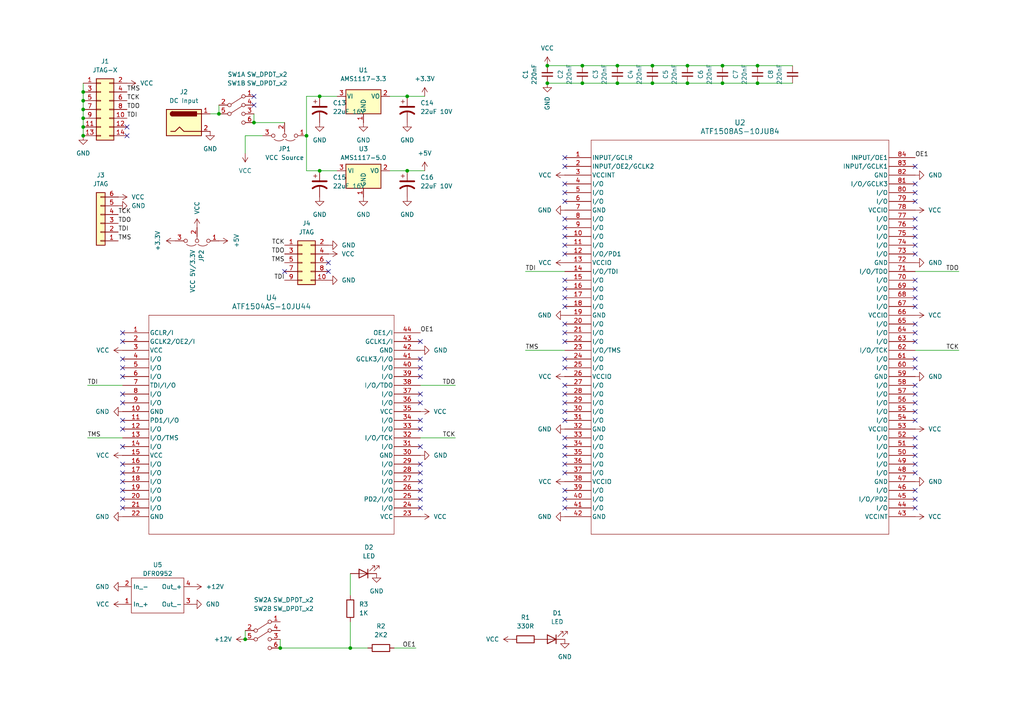
<source format=kicad_sch>
(kicad_sch (version 20231120) (generator "eeschema") (generator_version "8.0")
  (paper "A4")
  (title_block (title "Atmel-ATF15XX-Programming-Adapter") (date "2025-02-19") (rev "v1.0") (company "Chris Tersteeg"))
  (lib_symbols
    (symbol "2025-02-09_06-48-06:ATF1508AS-10JU84" (pin_names (offset 0.254))
      (property "Reference" "U" (at 50.8 10.16 0))
      (property "Value" "ATF1508AS-10JU84" (at 50.8 7.62 0))
      (symbol "ATF1508AS-10JU84_0_1"
        (polyline (pts (xy 7.62 -109.22) (xy 93.98 -109.22)) (stroke (width 0.127)))
        (polyline (pts (xy 7.62 5.08) (xy 7.62 -109.22)) (stroke (width 0.127)))
        (polyline (pts (xy 93.98 -109.22) (xy 93.98 5.08)) (stroke (width 0.127)))
        (polyline (pts (xy 93.98 5.08) (xy 7.62 5.08)) (stroke (width 0.127)))
        (pin bidirectional line (at 0 0 0) (length 7.62) (name "INPUT/GCLR") (number "1"))
        (pin bidirectional line (at 0 -22.86 0) (length 7.62) (name "I/O") (number "10"))
        (pin bidirectional line (at 0 -25.4 0) (length 7.62) (name "I/O") (number "11"))
        (pin bidirectional line (at 0 -27.94 0) (length 7.62) (name "I/O/PD1") (number "12"))
        (pin power_in line (at 0 -30.48 0) (length 7.62) (name "VCCIO") (number "13"))
        (pin bidirectional line (at 0 -33.02 0) (length 7.62) (name "I/O/TDI") (number "14"))
        (pin bidirectional line (at 0 -35.56 0) (length 7.62) (name "I/O") (number "15"))
        (pin bidirectional line (at 0 -38.1 0) (length 7.62) (name "I/O") (number "16"))
        (pin bidirectional line (at 0 -40.64 0) (length 7.62) (name "I/O") (number "17"))
        (pin bidirectional line (at 0 -43.18 0) (length 7.62) (name "I/O") (number "18"))
        (pin power_in line (at 0 -45.72 0) (length 7.62) (name "GND") (number "19"))
        (pin bidirectional line (at 0 -2.54 0) (length 7.62) (name "INPUT/OE2/GCLK2") (number "2"))
        (pin bidirectional line (at 0 -48.26 0) (length 7.62) (name "I/O") (number "20"))
        (pin bidirectional line (at 0 -50.8 0) (length 7.62) (name "I/O") (number "21"))
        (pin bidirectional line (at 0 -53.34 0) (length 7.62) (name "I/O") (number "22"))
        (pin bidirectional line (at 0 -55.88 0) (length 7.62) (name "I/O/TMS") (number "23"))
        (pin bidirectional line (at 0 -58.42 0) (length 7.62) (name "I/O") (number "24"))
        (pin bidirectional line (at 0 -60.96 0) (length 7.62) (name "I/O") (number "25"))
        (pin power_in line (at 0 -63.5 0) (length 7.62) (name "VCCIO") (number "26"))
        (pin bidirectional line (at 0 -66.04 0) (length 7.62) (name "I/O") (number "27"))
        (pin bidirectional line (at 0 -68.58 0) (length 7.62) (name "I/O") (number "28"))
        (pin bidirectional line (at 0 -71.12 0) (length 7.62) (name "I/O") (number "29"))
        (pin power_in line (at 0 -5.08 0) (length 7.62) (name "VCCINT") (number "3"))
        (pin bidirectional line (at 0 -73.66 0) (length 7.62) (name "I/O") (number "30"))
        (pin bidirectional line (at 0 -76.2 0) (length 7.62) (name "I/O") (number "31"))
        (pin power_in line (at 0 -78.74 0) (length 7.62) (name "GND") (number "32"))
        (pin bidirectional line (at 0 -81.28 0) (length 7.62) (name "I/O") (number "33"))
        (pin bidirectional line (at 0 -83.82 0) (length 7.62) (name "I/O") (number "34"))
        (pin bidirectional line (at 0 -86.36 0) (length 7.62) (name "I/O") (number "35"))
        (pin bidirectional line (at 0 -88.9 0) (length 7.62) (name "I/O") (number "36"))
        (pin bidirectional line (at 0 -91.44 0) (length 7.62) (name "I/O") (number "37"))
        (pin power_in line (at 0 -93.98 0) (length 7.62) (name "VCCIO") (number "38"))
        (pin bidirectional line (at 0 -96.52 0) (length 7.62) (name "I/O") (number "39"))
        (pin bidirectional line (at 0 -7.62 0) (length 7.62) (name "I/O") (number "4"))
        (pin bidirectional line (at 0 -99.06 0) (length 7.62) (name "I/O") (number "40"))
        (pin bidirectional line (at 0 -101.6 0) (length 7.62) (name "I/O") (number "41"))
        (pin power_in line (at 0 -104.14 0) (length 7.62) (name "GND") (number "42"))
        (pin power_in line (at 101.6 -104.14 180) (length 7.62) (name "VCCINT") (number "43"))
        (pin bidirectional line (at 101.6 -101.6 180) (length 7.62) (name "I/O") (number "44"))
        (pin bidirectional line (at 101.6 -99.06 180) (length 7.62) (name "I/O/PD2") (number "45"))
        (pin bidirectional line (at 101.6 -96.52 180) (length 7.62) (name "I/O") (number "46"))
        (pin power_in line (at 101.6 -93.98 180) (length 7.62) (name "GND") (number "47"))
        (pin bidirectional line (at 101.6 -91.44 180) (length 7.62) (name "I/O") (number "48"))
        (pin bidirectional line (at 101.6 -88.9 180) (length 7.62) (name "I/O") (number "49"))
        (pin bidirectional line (at 0 -10.16 0) (length 7.62) (name "I/O") (number "5"))
        (pin bidirectional line (at 101.6 -86.36 180) (length 7.62) (name "I/O") (number "50"))
        (pin bidirectional line (at 101.6 -83.82 180) (length 7.62) (name "I/O") (number "51"))
        (pin bidirectional line (at 101.6 -81.28 180) (length 7.62) (name "I/O") (number "52"))
        (pin power_in line (at 101.6 -78.74 180) (length 7.62) (name "VCCIO") (number "53"))
        (pin bidirectional line (at 101.6 -76.2 180) (length 7.62) (name "I/O") (number "54"))
        (pin bidirectional line (at 101.6 -73.66 180) (length 7.62) (name "I/O") (number "55"))
        (pin bidirectional line (at 101.6 -71.12 180) (length 7.62) (name "I/O") (number "56"))
        (pin bidirectional line (at 101.6 -68.58 180) (length 7.62) (name "I/O") (number "57"))
        (pin bidirectional line (at 101.6 -66.04 180) (length 7.62) (name "I/O") (number "58"))
        (pin power_in line (at 101.6 -63.5 180) (length 7.62) (name "GND") (number "59"))
        (pin bidirectional line (at 0 -12.7 0) (length 7.62) (name "I/O") (number "6"))
        (pin bidirectional line (at 101.6 -60.96 180) (length 7.62) (name "I/O") (number "60"))
        (pin bidirectional line (at 101.6 -58.42 180) (length 7.62) (name "I/O") (number "61"))
        (pin bidirectional line (at 101.6 -55.88 180) (length 7.62) (name "I/O/TCK") (number "62"))
        (pin bidirectional line (at 101.6 -53.34 180) (length 7.62) (name "I/O") (number "63"))
        (pin bidirectional line (at 101.6 -50.8 180) (length 7.62) (name "I/O") (number "64"))
        (pin bidirectional line (at 101.6 -48.26 180) (length 7.62) (name "I/O") (number "65"))
        (pin power_in line (at 101.6 -45.72 180) (length 7.62) (name "VCCIO") (number "66"))
        (pin bidirectional line (at 101.6 -43.18 180) (length 7.62) (name "I/O") (number "67"))
        (pin bidirectional line (at 101.6 -40.64 180) (length 7.62) (name "I/O") (number "68"))
        (pin bidirectional line (at 101.6 -38.1 180) (length 7.62) (name "I/O") (number "69"))
        (pin power_in line (at 0 -15.24 0) (length 7.62) (name "GND") (number "7"))
        (pin bidirectional line (at 101.6 -35.56 180) (length 7.62) (name "I/O") (number "70"))
        (pin bidirectional line (at 101.6 -33.02 180) (length 7.62) (name "I/O/TDO") (number "71"))
        (pin power_in line (at 101.6 -30.48 180) (length 7.62) (name "GND") (number "72"))
        (pin bidirectional line (at 101.6 -27.94 180) (length 7.62) (name "I/O") (number "73"))
        (pin bidirectional line (at 101.6 -25.4 180) (length 7.62) (name "I/O") (number "74"))
        (pin bidirectional line (at 101.6 -22.86 180) (length 7.62) (name "I/O") (number "75"))
        (pin bidirectional line (at 101.6 -20.32 180) (length 7.62) (name "I/O") (number "76"))
        (pin bidirectional line (at 101.6 -17.78 180) (length 7.62) (name "I/O") (number "77"))
        (pin power_in line (at 101.6 -15.24 180) (length 7.62) (name "VCCIO") (number "78"))
        (pin bidirectional line (at 101.6 -12.7 180) (length 7.62) (name "I/O") (number "79"))
        (pin bidirectional line (at 0 -17.78 0) (length 7.62) (name "I/O") (number "8"))
        (pin bidirectional line (at 101.6 -10.16 180) (length 7.62) (name "I/O") (number "80"))
        (pin bidirectional line (at 101.6 -7.62 180) (length 7.62) (name "I/O/GCLK3") (number "81"))
        (pin power_in line (at 101.6 -5.08 180) (length 7.62) (name "GND") (number "82"))
        (pin bidirectional line (at 101.6 -2.54 180) (length 7.62) (name "INPUT/GCLK1") (number "83"))
        (pin bidirectional line (at 101.6 0 180) (length 7.62) (name "INPUT/OE1") (number "84"))
        (pin bidirectional line (at 0 -20.32 0) (length 7.62) (name "I/O") (number "9"))
      )
    )
    (symbol "2025-02-09_06-48-55:ATF1504AS-10JU44" (pin_names (offset 0.254))
      (property "Reference" "U" (at 43.18 10.16 0))
      (property "Value" "ATF1504AS-10JU44" (at 43.18 7.62 0))
      (symbol "ATF1504AS-10JU44_0_1"
        (polyline (pts (xy 7.62 -58.42) (xy 78.74 -58.42)) (stroke (width 0.127)))
        (polyline (pts (xy 7.62 5.08) (xy 7.62 -58.42)) (stroke (width 0.127)))
        (polyline (pts (xy 78.74 -58.42) (xy 78.74 5.08)) (stroke (width 0.127)))
        (polyline (pts (xy 78.74 5.08) (xy 7.62 5.08)) (stroke (width 0.127)))
        (pin bidirectional line (at 0 0 0) (length 7.62) (name "GCLR/I") (number "1"))
        (pin power_in line (at 0 -22.86 0) (length 7.62) (name "GND") (number "10"))
        (pin bidirectional line (at 0 -25.4 0) (length 7.62) (name "PD1/I/O") (number "11"))
        (pin bidirectional line (at 0 -27.94 0) (length 7.62) (name "I/O") (number "12"))
        (pin bidirectional line (at 0 -30.48 0) (length 7.62) (name "I/O/TMS") (number "13"))
        (pin bidirectional line (at 0 -33.02 0) (length 7.62) (name "I/O") (number "14"))
        (pin power_in line (at 0 -35.56 0) (length 7.62) (name "VCC") (number "15"))
        (pin bidirectional line (at 0 -38.1 0) (length 7.62) (name "I/O") (number "16"))
        (pin bidirectional line (at 0 -40.64 0) (length 7.62) (name "I/O") (number "17"))
        (pin bidirectional line (at 0 -43.18 0) (length 7.62) (name "I/O") (number "18"))
        (pin bidirectional line (at 0 -45.72 0) (length 7.62) (name "I/O") (number "19"))
        (pin bidirectional line (at 0 -2.54 0) (length 7.62) (name "GCLK2/OE2/I") (number "2"))
        (pin bidirectional line (at 0 -48.26 0) (length 7.62) (name "I/O") (number "20"))
        (pin bidirectional line (at 0 -50.8 0) (length 7.62) (name "I/O") (number "21"))
        (pin power_in line (at 0 -53.34 0) (length 7.62) (name "GND") (number "22"))
        (pin power_in line (at 86.36 -53.34 180) (length 7.62) (name "VCC") (number "23"))
        (pin bidirectional line (at 86.36 -50.8 180) (length 7.62) (name "I/O") (number "24"))
        (pin bidirectional line (at 86.36 -48.26 180) (length 7.62) (name "PD2/I/O") (number "25"))
        (pin bidirectional line (at 86.36 -45.72 180) (length 7.62) (name "I/O") (number "26"))
        (pin bidirectional line (at 86.36 -43.18 180) (length 7.62) (name "I/O") (number "27"))
        (pin bidirectional line (at 86.36 -40.64 180) (length 7.62) (name "I/O") (number "28"))
        (pin bidirectional line (at 86.36 -38.1 180) (length 7.62) (name "I/O") (number "29"))
        (pin power_in line (at 0 -5.08 0) (length 7.62) (name "VCC") (number "3"))
        (pin power_in line (at 86.36 -35.56 180) (length 7.62) (name "GND") (number "30"))
        (pin bidirectional line (at 86.36 -33.02 180) (length 7.62) (name "I/O") (number "31"))
        (pin bidirectional line (at 86.36 -30.48 180) (length 7.62) (name "I/O/TCK") (number "32"))
        (pin bidirectional line (at 86.36 -27.94 180) (length 7.62) (name "I/O") (number "33"))
        (pin bidirectional line (at 86.36 -25.4 180) (length 7.62) (name "I/O") (number "34"))
        (pin power_in line (at 86.36 -22.86 180) (length 7.62) (name "VCC") (number "35"))
        (pin bidirectional line (at 86.36 -20.32 180) (length 7.62) (name "I/O") (number "36"))
        (pin bidirectional line (at 86.36 -17.78 180) (length 7.62) (name "I/O") (number "37"))
        (pin bidirectional line (at 86.36 -15.24 180) (length 7.62) (name "I/O/TDO") (number "38"))
        (pin bidirectional line (at 86.36 -12.7 180) (length 7.62) (name "I/O") (number "39"))
        (pin bidirectional line (at 0 -7.62 0) (length 7.62) (name "I/O") (number "4"))
        (pin bidirectional line (at 86.36 -10.16 180) (length 7.62) (name "I/O") (number "40"))
        (pin bidirectional line (at 86.36 -7.62 180) (length 7.62) (name "GCLK3/I/O") (number "41"))
        (pin power_in line (at 86.36 -5.08 180) (length 7.62) (name "GND") (number "42"))
        (pin bidirectional line (at 86.36 -2.54 180) (length 7.62) (name "GCLK1/I") (number "43"))
        (pin bidirectional line (at 86.36 0 180) (length 7.62) (name "OE1/I") (number "44"))
        (pin bidirectional line (at 0 -10.16 0) (length 7.62) (name "I/O") (number "5"))
        (pin bidirectional line (at 0 -12.7 0) (length 7.62) (name "I/O") (number "6"))
        (pin bidirectional line (at 0 -15.24 0) (length 7.62) (name "TDI/I/O") (number "7"))
        (pin bidirectional line (at 0 -17.78 0) (length 7.62) (name "I/O") (number "8"))
        (pin bidirectional line (at 0 -20.32 0) (length 7.62) (name "I/O") (number "9"))
      )
    )
    (symbol "Connector:Barrel_Jack" (pin_names (offset 1.016))
      (property "Reference" "J" (at 0 5.334 0))
      (property "Value" "Barrel_Jack" (at 0 -5.08 0))
      (symbol "Barrel_Jack_0_1"
        (rectangle (start -5.08 3.81) (end 5.08 -3.81) (stroke (width 0.254)) (fill (type background)))
        (arc (start -3.302 3.175) (mid -3.9342 2.54) (end -3.302 1.905) (stroke (width 0.254)))
        (arc (start -3.302 3.175) (mid -3.9342 2.54) (end -3.302 1.905) (stroke (width 0.254)) (fill (type outline)))
        (polyline (pts (xy 5.08 2.54) (xy 3.81 2.54)) (stroke (width 0.254)))
        (polyline (pts (xy -3.81 -2.54) (xy -2.54 -2.54) (xy -1.27 -1.27) (xy 0 -2.54) (xy 2.54 -2.54) (xy 5.08 -2.54)) (stroke (width 0.254)))
        (rectangle (start 3.683 3.175) (end -3.302 1.905) (stroke (width 0.254)) (fill (type outline)))
      )
      (symbol "Barrel_Jack_1_1"
        (pin passive line (at 7.62 2.54 180) (length 2.54) (name "~") (number "1"))
        (pin passive line (at 7.62 -2.54 180) (length 2.54) (name "~") (number "2"))
      )
    )
    (symbol "Connector_Generic:Conn_01x06" (pin_names (offset 1.016) hide)
      (property "Reference" "J" (at 0 7.62 0))
      (property "Value" "Conn_01x06" (at 0 -10.16 0))
      (symbol "Conn_01x06_1_1"
        (rectangle (start -1.27 -7.493) (end 0 -7.747) (stroke (width 0.1524)))
        (rectangle (start -1.27 -4.953) (end 0 -5.207) (stroke (width 0.1524)))
        (rectangle (start -1.27 -2.413) (end 0 -2.667) (stroke (width 0.1524)))
        (rectangle (start -1.27 0.127) (end 0 -0.127) (stroke (width 0.1524)))
        (rectangle (start -1.27 2.667) (end 0 2.413) (stroke (width 0.1524)))
        (rectangle (start -1.27 5.207) (end 0 4.953) (stroke (width 0.1524)))
        (rectangle (start -1.27 6.35) (end 1.27 -8.89) (stroke (width 0.254)) (fill (type background)))
        (pin passive line (at -5.08 5.08 0) (length 3.81) (name "Pin_1") (number "1"))
        (pin passive line (at -5.08 2.54 0) (length 3.81) (name "Pin_2") (number "2"))
        (pin passive line (at -5.08 0 0) (length 3.81) (name "Pin_3") (number "3"))
        (pin passive line (at -5.08 -2.54 0) (length 3.81) (name "Pin_4") (number "4"))
        (pin passive line (at -5.08 -5.08 0) (length 3.81) (name "Pin_5") (number "5"))
        (pin passive line (at -5.08 -7.62 0) (length 3.81) (name "Pin_6") (number "6"))
      )
    )
    (symbol "Connector_Generic:Conn_02x05_Odd_Even" (pin_names (offset 1.016) hide)
      (property "Reference" "J" (at 1.27 7.62 0))
      (property "Value" "Conn_02x05_Odd_Even" (at 1.27 -7.62 0))
      (symbol "Conn_02x05_Odd_Even_1_1"
        (rectangle (start -1.27 -4.953) (end 0 -5.207) (stroke (width 0.1524)))
        (rectangle (start -1.27 -2.413) (end 0 -2.667) (stroke (width 0.1524)))
        (rectangle (start -1.27 0.127) (end 0 -0.127) (stroke (width 0.1524)))
        (rectangle (start -1.27 2.667) (end 0 2.413) (stroke (width 0.1524)))
        (rectangle (start -1.27 5.207) (end 0 4.953) (stroke (width 0.1524)))
        (rectangle (start -1.27 6.35) (end 3.81 -6.35) (stroke (width 0.254)) (fill (type background)))
        (rectangle (start 3.81 -4.953) (end 2.54 -5.207) (stroke (width 0.1524)))
        (rectangle (start 3.81 -2.413) (end 2.54 -2.667) (stroke (width 0.1524)))
        (rectangle (start 3.81 0.127) (end 2.54 -0.127) (stroke (width 0.1524)))
        (rectangle (start 3.81 2.667) (end 2.54 2.413) (stroke (width 0.1524)))
        (rectangle (start 3.81 5.207) (end 2.54 4.953) (stroke (width 0.1524)))
        (pin passive line (at -5.08 5.08 0) (length 3.81) (name "Pin_1") (number "1"))
        (pin passive line (at 7.62 -5.08 180) (length 3.81) (name "Pin_10") (number "10"))
        (pin passive line (at 7.62 5.08 180) (length 3.81) (name "Pin_2") (number "2"))
        (pin passive line (at -5.08 2.54 0) (length 3.81) (name "Pin_3") (number "3"))
        (pin passive line (at 7.62 2.54 180) (length 3.81) (name "Pin_4") (number "4"))
        (pin passive line (at -5.08 0 0) (length 3.81) (name "Pin_5") (number "5"))
        (pin passive line (at 7.62 0 180) (length 3.81) (name "Pin_6") (number "6"))
        (pin passive line (at -5.08 -2.54 0) (length 3.81) (name "Pin_7") (number "7"))
        (pin passive line (at 7.62 -2.54 180) (length 3.81) (name "Pin_8") (number "8"))
        (pin passive line (at -5.08 -5.08 0) (length 3.81) (name "Pin_9") (number "9"))
      )
    )
    (symbol "Connector_Generic:Conn_02x07_Odd_Even" (pin_names (offset 1.016) hide)
      (property "Reference" "J" (at 1.27 10.16 0))
      (property "Value" "Conn_02x07_Odd_Even" (at 1.27 -10.16 0))
      (symbol "Conn_02x07_Odd_Even_1_1"
        (rectangle (start -1.27 -7.493) (end 0 -7.747) (stroke (width 0.1524)))
        (rectangle (start -1.27 -4.953) (end 0 -5.207) (stroke (width 0.1524)))
        (rectangle (start -1.27 -2.413) (end 0 -2.667) (stroke (width 0.1524)))
        (rectangle (start -1.27 0.127) (end 0 -0.127) (stroke (width 0.1524)))
        (rectangle (start -1.27 2.667) (end 0 2.413) (stroke (width 0.1524)))
        (rectangle (start -1.27 5.207) (end 0 4.953) (stroke (width 0.1524)))
        (rectangle (start -1.27 7.747) (end 0 7.493) (stroke (width 0.1524)))
        (rectangle (start -1.27 8.89) (end 3.81 -8.89) (stroke (width 0.254)) (fill (type background)))
        (rectangle (start 3.81 -7.493) (end 2.54 -7.747) (stroke (width 0.1524)))
        (rectangle (start 3.81 -4.953) (end 2.54 -5.207) (stroke (width 0.1524)))
        (rectangle (start 3.81 -2.413) (end 2.54 -2.667) (stroke (width 0.1524)))
        (rectangle (start 3.81 0.127) (end 2.54 -0.127) (stroke (width 0.1524)))
        (rectangle (start 3.81 2.667) (end 2.54 2.413) (stroke (width 0.1524)))
        (rectangle (start 3.81 5.207) (end 2.54 4.953) (stroke (width 0.1524)))
        (rectangle (start 3.81 7.747) (end 2.54 7.493) (stroke (width 0.1524)))
        (pin passive line (at -5.08 7.62 0) (length 3.81) (name "Pin_1") (number "1"))
        (pin passive line (at 7.62 -2.54 180) (length 3.81) (name "Pin_10") (number "10"))
        (pin passive line (at -5.08 -5.08 0) (length 3.81) (name "Pin_11") (number "11"))
        (pin passive line (at 7.62 -5.08 180) (length 3.81) (name "Pin_12") (number "12"))
        (pin passive line (at -5.08 -7.62 0) (length 3.81) (name "Pin_13") (number "13"))
        (pin passive line (at 7.62 -7.62 180) (length 3.81) (name "Pin_14") (number "14"))
        (pin passive line (at 7.62 7.62 180) (length 3.81) (name "Pin_2") (number "2"))
        (pin passive line (at -5.08 5.08 0) (length 3.81) (name "Pin_3") (number "3"))
        (pin passive line (at 7.62 5.08 180) (length 3.81) (name "Pin_4") (number "4"))
        (pin passive line (at -5.08 2.54 0) (length 3.81) (name "Pin_5") (number "5"))
        (pin passive line (at 7.62 2.54 180) (length 3.81) (name "Pin_6") (number "6"))
        (pin passive line (at -5.08 0 0) (length 3.81) (name "Pin_7") (number "7"))
        (pin passive line (at 7.62 0 180) (length 3.81) (name "Pin_8") (number "8"))
        (pin passive line (at -5.08 -2.54 0) (length 3.81) (name "Pin_9") (number "9"))
      )
    )
    (symbol "Device:C_Polarized_US" (pin_numbers hide) (pin_names (offset 0.254) hide)
      (property "Reference" "C" (at 0.635 2.54 0))
      (property "Value" "C_Polarized_US" (at 0.635 -2.54 0))
      (symbol "C_Polarized_US_0_1"
        (polyline (pts (xy -2.032 0.762) (xy 2.032 0.762)) (stroke (width 0.508)))
        (polyline (pts (xy -1.778 2.286) (xy -0.762 2.286)))
        (polyline (pts (xy -1.27 1.778) (xy -1.27 2.794)))
        (arc (start 2.032 -1.27) (mid 0 -0.5572) (end -2.032 -1.27) (stroke (width 0.508)))
      )
      (symbol "C_Polarized_US_1_1"
        (pin passive line (at 0 3.81 270) (length 2.794) (name "~") (number "1"))
        (pin passive line (at 0 -3.81 90) (length 3.302) (name "~") (number "2"))
      )
    )
    (symbol "Device:C_Small" (pin_numbers hide) (pin_names (offset 0.254) hide)
      (property "Reference" "C" (at 0.254 1.778 0))
      (property "Value" "C_Small" (at 0.254 -2.032 0))
      (symbol "C_Small_0_1"
        (polyline (pts (xy -1.524 -0.508) (xy 1.524 -0.508)) (stroke (width 0.3302)))
        (polyline (pts (xy -1.524 0.508) (xy 1.524 0.508)) (stroke (width 0.3048)))
      )
      (symbol "C_Small_1_1"
        (pin passive line (at 0 2.54 270) (length 2.032) (name "~") (number "1"))
        (pin passive line (at 0 -2.54 90) (length 2.032) (name "~") (number "2"))
      )
    )
    (symbol "Device:LED" (pin_numbers hide) (pin_names (offset 1.016) hide)
      (property "Reference" "D" (at 0 2.54 0))
      (property "Value" "LED" (at 0 -2.54 0))
      (symbol "LED_0_1"
        (polyline (pts (xy -1.27 -1.27) (xy -1.27 1.27)) (stroke (width 0.254)))
        (polyline (pts (xy -1.27 0) (xy 1.27 0)))
        (polyline (pts (xy 1.27 -1.27) (xy 1.27 1.27) (xy -1.27 0) (xy 1.27 -1.27)) (stroke (width 0.254)))
        (polyline (pts (xy -3.048 -0.762) (xy -4.572 -2.286) (xy -3.81 -2.286) (xy -4.572 -2.286) (xy -4.572 -1.524)))
        (polyline (pts (xy -1.778 -0.762) (xy -3.302 -2.286) (xy -2.54 -2.286) (xy -3.302 -2.286) (xy -3.302 -1.524)))
      )
      (symbol "LED_1_1"
        (pin passive line (at -3.81 0 0) (length 2.54) (name "K") (number "1"))
        (pin passive line (at 3.81 0 180) (length 2.54) (name "A") (number "2"))
      )
    )
    (symbol "Device:R" (pin_numbers hide) (pin_names (offset 0))
      (property "Reference" "R" (at 2.032 0 90))
      (property "Value" "R" (at 0 0 90))
      (symbol "R_0_1"
        (rectangle (start -1.016 -2.54) (end 1.016 2.54) (stroke (width 0.254)))
      )
      (symbol "R_1_1"
        (pin passive line (at 0 3.81 270) (length 1.27) (name "~") (number "1"))
        (pin passive line (at 0 -3.81 90) (length 1.27) (name "~") (number "2"))
      )
    )
    (symbol "Jumper:Jumper_3_Open" (pin_names (offset 0) hide)
      (property "Reference" "JP" (at -2.54 -2.54 0))
      (property "Value" "Jumper_3_Open" (at 0 2.794 0))
      (symbol "Jumper_3_Open_0_0"
        (circle (center -3.302 0) (radius 0.508))
        (circle (center 0 0) (radius 0.508))
        (circle (center 3.302 0) (radius 0.508))
      )
      (symbol "Jumper_3_Open_0_1"
        (arc (start -0.254 1.016) (mid -1.651 1.4992) (end -3.048 1.016))
        (polyline (pts (xy 0 -0.508) (xy 0 -1.27)))
        (arc (start 3.048 1.016) (mid 1.651 1.4992) (end 0.254 1.016))
      )
      (symbol "Jumper_3_Open_1_1"
        (pin passive line (at -6.35 0 0) (length 2.54) (name "A") (number "1"))
        (pin passive line (at 0 -3.81 90) (length 2.54) (name "C") (number "2"))
        (pin passive line (at 6.35 0 180) (length 2.54) (name "B") (number "3"))
      )
    )
    (symbol "Regulator_Linear:AMS1117-3.3" (pin_names (offset 0.254))
      (property "Reference" "U" (at -3.81 3.175 0))
      (property "Value" "AMS1117-3.3" (at 0 3.175 0))
      (symbol "AMS1117-3.3_0_1"
        (rectangle (start -5.08 -5.08) (end 5.08 1.905) (stroke (width 0.254)) (fill (type background)))
      )
      (symbol "AMS1117-3.3_1_1"
        (pin power_in line (at 0 -7.62 90) (length 2.54) (name "GND") (number "1"))
        (pin power_out line (at 7.62 0 180) (length 2.54) (name "VO") (number "2"))
        (pin power_in line (at -7.62 0 0) (length 2.54) (name "VI") (number "3"))
      )
    )
    (symbol "Regulator_Linear:AMS1117-5.0"
      (property "Reference" "U" (at -3.81 3.175 0))
      (property "Value" "AMS1117-5.0" (at 0 3.175 0))
      (symbol "AMS1117-5.0_0_1"
        (rectangle (start -5.08 -5.08) (end 5.08 1.905) (stroke (width 0.254)) (fill (type background)))
      )
      (symbol "AMS1117-5.0_1_1"
        (pin power_in line (at 0 -7.62 90) (length 2.54) (name "GND") (number "1"))
        (pin power_out line (at 7.62 0 180) (length 2.54) (name "VO") (number "2"))
        (pin power_in line (at -7.62 0 0) (length 2.54) (name "VI") (number "3"))
      )
    )
    (symbol "Switch:SW_DPDT_x2" (pin_names (offset 0) hide)
      (property "Reference" "SW" (at 0 4.318 0))
      (property "Value" "SW_DPDT_x2" (at 0 -5.08 0))
      (symbol "SW_DPDT_x2_0_0"
        (circle (center -2.032 0) (radius 0.508))
        (circle (center 2.032 -2.54) (radius 0.508))
      )
      (symbol "SW_DPDT_x2_0_1"
        (polyline (pts (xy -1.524 0.254) (xy 1.651 2.286)))
        (circle (center 2.032 2.54) (radius 0.508))
      )
      (symbol "SW_DPDT_x2_1_1"
        (pin passive line (at 5.08 2.54 180) (length 2.54) (name "A") (number "1"))
        (pin passive line (at -5.08 0 0) (length 2.54) (name "B") (number "2"))
        (pin passive line (at 5.08 -2.54 180) (length 2.54) (name "C") (number "3"))
      )
      (symbol "SW_DPDT_x2_2_1"
        (pin passive line (at 5.08 2.54 180) (length 2.54) (name "A") (number "4"))
        (pin passive line (at -5.08 0 0) (length 2.54) (name "B") (number "5"))
        (pin passive line (at 5.08 -2.54 180) (length 2.54) (name "C") (number "6"))
      )
    )
    (symbol "Tersteeg:DFR0952_Mini_DC-DC_Boost_Convertor"
      (property "Reference" "U" (at 0 0 0))
      (property "Value" "DFR0952" (at 0 0 0))
      (symbol "DFR0952_Mini_DC-DC_Boost_Convertor_0_1"
        (rectangle (start -7.62 5.08) (end 7.62 -5.08))
      )
      (symbol "DFR0952_Mini_DC-DC_Boost_Convertor_1_1"
        (pin power_in line (at -10.16 -2.54 0) (length 2.54) (name "In_+") (number "1"))
        (pin power_in line (at -10.16 2.54 0) (length 2.54) (name "In_-") (number "2"))
        (pin power_out line (at 10.16 -2.54 180) (length 2.54) (name "Out_-") (number "3"))
        (pin power_out line (at 10.16 2.54 180) (length 2.54) (name "Out_+") (number "4"))
      )
    )
    (symbol "power:+12V" (power) (pin_numbers hide) (pin_names (offset 0) hide)
      (property "Value" "+12V" (at 0 3.556 0))
      (symbol "+12V_0_1"
        (polyline (pts (xy -0.762 1.27) (xy 0 2.54)))
        (polyline (pts (xy 0 0) (xy 0 2.54)))
        (polyline (pts (xy 0 2.54) (xy 0.762 1.27)))
      )
      (symbol "+12V_1_1"
        (pin power_in line (at 0 0 90) (length 0) (name "~") (number "1"))
      )
    )
    (symbol "power:+3.3V" (power) (pin_names (offset 0))
      (property "Value" "+3.3V" (at 0 3.556 0))
      (symbol "+3.3V_0_1"
        (polyline (pts (xy -0.762 1.27) (xy 0 2.54)))
        (polyline (pts (xy 0 0) (xy 0 2.54)))
        (polyline (pts (xy 0 2.54) (xy 0.762 1.27)))
      )
      (symbol "+3.3V_1_1"
        (pin power_in line (at 0 0 90) (length 0) hide (name "+3.3V") (number "1"))
      )
    )
    (symbol "power:+5V" (power) (pin_numbers hide) (pin_names (offset 0) hide)
      (property "Value" "+5V" (at 0 3.556 0))
      (symbol "+5V_0_1"
        (polyline (pts (xy -0.762 1.27) (xy 0 2.54)))
        (polyline (pts (xy 0 0) (xy 0 2.54)))
        (polyline (pts (xy 0 2.54) (xy 0.762 1.27)))
      )
      (symbol "+5V_1_1"
        (pin power_in line (at 0 0 90) (length 0) (name "~") (number "1"))
      )
    )
    (symbol "power:GND" (power) (pin_names (offset 0))
      (property "Value" "GND" (at 0 -3.81 0))
      (symbol "GND_0_1"
        (polyline (pts (xy 0 0) (xy 0 -1.27) (xy 1.27 -1.27) (xy 0 -2.54) (xy -1.27 -1.27) (xy 0 -1.27)))
      )
      (symbol "GND_1_1"
        (pin power_in line (at 0 0 270) (length 0) hide (name "GND") (number "1"))
      )
    )
    (symbol "power:VCC" (power) (pin_numbers hide) (pin_names (offset 0) hide)
      (property "Value" "VCC" (at 0 3.556 0))
      (symbol "VCC_0_1"
        (polyline (pts (xy -0.762 1.27) (xy 0 2.54)))
        (polyline (pts (xy 0 0) (xy 0 2.54)))
        (polyline (pts (xy 0 2.54) (xy 0.762 1.27)))
      )
      (symbol "VCC_1_1"
        (pin power_in line (at 0 0 90) (length 0) (name "~") (number "1"))
      )
    )
  )
  (junction (at 92.71 27.94))
  (junction (at 209.55 24.13))
  (junction (at 189.23 24.13))
  (junction (at 63.5 33.02))
  (junction (at 219.71 24.13))
  (junction (at 24.13 29.21))
  (junction (at 168.91 24.13))
  (junction (at 179.07 19.05))
  (junction (at 209.55 19.05))
  (junction (at 101.6 187.96))
  (junction (at 168.91 19.05))
  (junction (at 158.75 24.13))
  (junction (at 199.39 24.13))
  (junction (at 24.13 36.83))
  (junction (at 118.11 49.53))
  (junction (at 24.13 39.37))
  (junction (at 73.66 35.56))
  (junction (at 88.9 39.37))
  (junction (at 158.75 19.05))
  (junction (at 118.11 27.94))
  (junction (at 199.39 19.05))
  (junction (at 219.71 19.05))
  (junction (at 81.28 187.96))
  (junction (at 189.23 19.05))
  (junction (at 92.71 49.53))
  (junction (at 24.13 31.75))
  (junction (at 24.13 34.29))
  (junction (at 179.07 24.13))
  (junction (at 71.12 185.42))
  (junction (at 24.13 26.67))
  (no_connect (at 265.43 116.84))
  (no_connect (at 35.56 124.46))
  (no_connect (at 73.66 30.48))
  (no_connect (at 163.83 96.52))
  (no_connect (at 265.43 66.04))
  (no_connect (at 36.83 36.83))
  (no_connect (at 265.43 83.82))
  (no_connect (at 265.43 127))
  (no_connect (at 121.92 106.68))
  (no_connect (at 35.56 129.54))
  (no_connect (at 35.56 139.7))
  (no_connect (at 95.25 78.74))
  (no_connect (at 265.43 134.62))
  (no_connect (at 163.83 119.38))
  (no_connect (at 35.56 96.52))
  (no_connect (at 121.92 114.3))
  (no_connect (at 265.43 86.36))
  (no_connect (at 35.56 137.16))
  (no_connect (at 163.83 55.88))
  (no_connect (at 95.25 76.2))
  (no_connect (at 163.83 142.24))
  (no_connect (at 121.92 104.14))
  (no_connect (at 163.83 121.92))
  (no_connect (at 163.83 73.66))
  (no_connect (at 163.83 134.62))
  (no_connect (at 163.83 68.58))
  (no_connect (at 163.83 147.32))
  (no_connect (at 121.92 137.16))
  (no_connect (at 35.56 99.06))
  (no_connect (at 36.83 39.37))
  (no_connect (at 163.83 45.72))
  (no_connect (at 163.83 129.54))
  (no_connect (at 163.83 132.08))
  (no_connect (at 35.56 142.24))
  (no_connect (at 163.83 83.82))
  (no_connect (at 265.43 99.06))
  (no_connect (at 265.43 121.92))
  (no_connect (at 35.56 144.78))
  (no_connect (at 163.83 81.28))
  (no_connect (at 121.92 144.78))
  (no_connect (at 265.43 58.42))
  (no_connect (at 163.83 104.14))
  (no_connect (at 163.83 86.36))
  (no_connect (at 35.56 114.3))
  (no_connect (at 265.43 73.66))
  (no_connect (at 265.43 104.14))
  (no_connect (at 265.43 71.12))
  (no_connect (at 265.43 147.32))
  (no_connect (at 265.43 129.54))
  (no_connect (at 35.56 109.22))
  (no_connect (at 265.43 132.08))
  (no_connect (at 265.43 81.28))
  (no_connect (at 35.56 116.84))
  (no_connect (at 265.43 55.88))
  (no_connect (at 163.83 48.26))
  (no_connect (at 265.43 88.9))
  (no_connect (at 35.56 134.62))
  (no_connect (at 163.83 106.68))
  (no_connect (at 121.92 124.46))
  (no_connect (at 163.83 111.76))
  (no_connect (at 163.83 53.34))
  (no_connect (at 82.55 78.74))
  (no_connect (at 265.43 48.26))
  (no_connect (at 163.83 114.3))
  (no_connect (at 35.56 121.92))
  (no_connect (at 265.43 63.5))
  (no_connect (at 163.83 116.84))
  (no_connect (at 265.43 106.68))
  (no_connect (at 265.43 111.76))
  (no_connect (at 265.43 53.34))
  (no_connect (at 163.83 88.9))
  (no_connect (at 35.56 104.14))
  (no_connect (at 121.92 147.32))
  (no_connect (at 265.43 96.52))
  (no_connect (at 265.43 137.16))
  (no_connect (at 265.43 144.78))
  (no_connect (at 35.56 147.32))
  (no_connect (at 163.83 137.16))
  (no_connect (at 163.83 63.5))
  (no_connect (at 265.43 93.98))
  (no_connect (at 265.43 68.58))
  (no_connect (at 265.43 119.38))
  (no_connect (at 265.43 142.24))
  (no_connect (at 121.92 139.7))
  (no_connect (at 163.83 66.04))
  (no_connect (at 121.92 134.62))
  (no_connect (at 163.83 58.42))
  (no_connect (at 121.92 129.54))
  (no_connect (at 121.92 142.24))
  (no_connect (at 163.83 93.98))
  (no_connect (at 35.56 106.68))
  (no_connect (at 121.92 109.22))
  (no_connect (at 163.83 99.06))
  (no_connect (at 163.83 71.12))
  (no_connect (at 121.92 121.92))
  (no_connect (at 121.92 99.06))
  (no_connect (at 121.92 116.84))
  (no_connect (at 163.83 127))
  (no_connect (at 163.83 144.78))
  (no_connect (at 73.66 27.94))
  (no_connect (at 265.43 114.3))
  (wire (pts (xy 179.07 19.05) (xy 189.23 19.05)))
  (wire (pts (xy 88.9 27.94) (xy 92.71 27.94)))
  (wire (pts (xy 71.12 182.88) (xy 71.12 185.42)))
  (wire (pts (xy 24.13 36.83) (xy 24.13 39.37)))
  (wire (pts (xy 88.9 39.37) (xy 88.9 27.94)))
  (wire (pts (xy 120.65 187.96) (xy 114.3 187.96)))
  (wire (pts (xy 118.11 27.94) (xy 123.19 27.94)))
  (wire (pts (xy 199.39 24.13) (xy 209.55 24.13)))
  (wire (pts (xy 189.23 24.13) (xy 199.39 24.13)))
  (wire (pts (xy 25.4 127) (xy 35.56 127)))
  (wire (pts (xy 24.13 34.29) (xy 24.13 36.83)))
  (wire (pts (xy 179.07 24.13) (xy 189.23 24.13)))
  (wire (pts (xy 158.75 19.05) (xy 168.91 19.05)))
  (wire (pts (xy 88.9 49.53) (xy 92.71 49.53)))
  (wire (pts (xy 24.13 26.67) (xy 24.13 29.21)))
  (wire (pts (xy 168.91 24.13) (xy 179.07 24.13)))
  (wire (pts (xy 73.66 33.02) (xy 73.66 35.56)))
  (wire (pts (xy 152.4 78.74) (xy 163.83 78.74)))
  (wire (pts (xy 76.2 39.37) (xy 71.12 39.37)))
  (wire (pts (xy 189.23 19.05) (xy 199.39 19.05)))
  (wire (pts (xy 199.39 19.05) (xy 209.55 19.05)))
  (wire (pts (xy 25.4 111.76) (xy 35.56 111.76)))
  (wire (pts (xy 71.12 39.37) (xy 71.12 44.45)))
  (wire (pts (xy 24.13 29.21) (xy 24.13 31.75)))
  (wire (pts (xy 209.55 19.05) (xy 219.71 19.05)))
  (wire (pts (xy 118.11 49.53) (xy 123.19 49.53)))
  (wire (pts (xy 209.55 24.13) (xy 219.71 24.13)))
  (wire (pts (xy 132.08 127) (xy 121.92 127)))
  (wire (pts (xy 63.5 30.48) (xy 63.5 33.02)))
  (wire (pts (xy 101.6 187.96) (xy 106.68 187.96)))
  (wire (pts (xy 88.9 39.37) (xy 88.9 49.53)))
  (wire (pts (xy 278.13 101.6) (xy 265.43 101.6)))
  (wire (pts (xy 81.28 187.96) (xy 101.6 187.96)))
  (wire (pts (xy 219.71 19.05) (xy 229.87 19.05)))
  (wire (pts (xy 168.91 19.05) (xy 179.07 19.05)))
  (wire (pts (xy 73.66 35.56) (xy 82.55 35.56)))
  (wire (pts (xy 81.28 187.96) (xy 81.28 185.42)))
  (wire (pts (xy 113.03 49.53) (xy 118.11 49.53)))
  (wire (pts (xy 24.13 31.75) (xy 24.13 34.29)))
  (wire (pts (xy 219.71 24.13) (xy 229.87 24.13)))
  (wire (pts (xy 60.96 33.02) (xy 63.5 33.02)))
  (wire (pts (xy 278.13 78.74) (xy 265.43 78.74)))
  (wire (pts (xy 101.6 180.34) (xy 101.6 187.96)))
  (wire (pts (xy 158.75 24.13) (xy 168.91 24.13)))
  (wire (pts (xy 24.13 24.13) (xy 24.13 26.67)))
  (wire (pts (xy 113.03 27.94) (xy 118.11 27.94)))
  (wire (pts (xy 101.6 166.37) (xy 101.6 172.72)))
  (wire (pts (xy 132.08 111.76) (xy 121.92 111.76)))
  (wire (pts (xy 152.4 101.6) (xy 163.83 101.6)))
  (wire (pts (xy 92.71 49.53) (xy 97.79 49.53)))
  (wire (pts (xy 92.71 27.94) (xy 97.79 27.94)))
  (label "TDI" (at 34.29 67.31 0))
  (label "OE1" (at 120.65 187.96 180))
  (label "TCK" (at 82.55 71.12 180))
  (label "TDO" (at 278.13 78.74 180))
  (label "TMS" (at 36.83 26.67 0))
  (label "TCK" (at 34.29 62.23 0))
  (label "TDO" (at 34.29 64.77 0))
  (label "TMS" (at 25.4 127 0))
  (label "TDO" (at 36.83 31.75 0))
  (label "TDI" (at 36.83 34.29 0))
  (label "TMS" (at 82.55 76.2 180))
  (label "TDO" (at 82.55 73.66 180))
  (label "TMS" (at 152.4 101.6 0))
  (label "TCK" (at 36.83 29.21 0))
  (label "TMS" (at 34.29 69.85 0))
  (label "TDI" (at 25.4 111.76 0))
  (label "TCK" (at 278.13 101.6 180))
  (label "OE1" (at 265.43 45.72 0))
  (label "OE1" (at 121.92 96.52 0))
  (label "TDO" (at 132.08 111.76 180))
  (label "TDI" (at 82.55 81.28 180))
  (label "TCK" (at 132.08 127 180))
  (label "TDI" (at 152.4 78.74 0))
  (symbol (lib_id "power:GND") (at 60.96 38.1 0) (unit 1)
    (property "Reference" "#PWR08" (effects (hide yes)))
    (property "Value" "GND" (at 60.96 43.18 0))
  )
  (symbol (lib_id "power:GND") (at 118.11 35.56 0) (unit 1)
    (property "Reference" "#PWR07" (effects (hide yes)))
    (property "Value" "GND" (at 118.11 40.64 0))
  )
  (symbol (lib_id "power:GND") (at 92.71 57.15 0) (unit 1)
    (property "Reference" "#PWR015" (effects (hide yes)))
    (property "Value" "GND" (at 92.71 62.23 0))
  )
  (symbol (lib_id "power:GND") (at 121.92 101.6 90) (unit 1)
    (property "Reference" "#PWR029" (effects (hide yes)))
    (property "Value" "GND" (at 125.73 101.5999 90) (effects (justify right)))
  )
  (symbol (lib_id "Switch:SW_DPDT_x2") (at 68.58 33.02 0) (unit 2)
    (property "Reference" "SW1" (at 68.58 24.13 0))
    (property "Value" "SW_DPDT_x2" (at 77.47 24.13 0))
    (property "Footprint" "Tersteeg:KFC8.5x8.5 DPDT Push Switch" (effects (hide yes)))
  )
  (symbol (lib_id "power:GND") (at 163.83 149.86 270) (unit 1)
    (property "Reference" "#PWR042" (effects (hide yes)))
    (property "Value" "GND" (at 160.02 149.8599 90) (effects (justify right)))
  )
  (symbol (lib_id "power:GND") (at 105.41 35.56 0) (unit 1)
    (property "Reference" "#PWR06" (effects (hide yes)))
    (property "Value" "GND" (at 105.41 40.64 0))
  )
  (symbol (lib_id "power:GND") (at 92.71 35.56 0) (unit 1)
    (property "Reference" "#PWR05" (effects (hide yes)))
    (property "Value" "GND" (at 92.71 40.64 0))
  )
  (symbol (lib_id "Device:C_Polarized_US") (at 118.11 53.34 0) (unit 1)
    (property "Reference" "C16" (at 121.92 51.4349 0) (effects (justify left)))
    (property "Value" "22uF 10V" (at 121.92 53.9749 0) (effects (justify left)))
    (property "Footprint" "Capacitor_Tantalum_SMD:CP_EIA-3528-12_Kemet-T_Pad1.50x2.35mm_HandSolder" (effects (hide yes)))
  )
  (symbol (lib_id "Device:C_Small") (at 168.91 21.59 180) (unit 1)
    (property "Reference" "C2" (at 162.56 21.5837 90))
    (property "Value" "220nF" (at 165.1 21.5837 90))
    (property "Footprint" "Capacitor_THT:C_Disc_D4.7mm_W2.5mm_P5.00mm" (effects (hide yes)))
    (property "Description" "Unpolarized capacitor, small symbol" (effects (hide yes)))
  )
  (symbol (lib_id "Regulator_Linear:AMS1117-3.3") (at 105.41 27.94 0) (unit 1)
    (property "Reference" "U1" (at 105.41 20.32 0))
    (property "Value" "AMS1117-3.3" (at 105.41 22.86 0))
    (property "Footprint" "Package_TO_SOT_SMD:SOT-223-3_TabPin2" (effects (hide yes)))
    (property "Datasheet" "http://www.advanced-monolithic.com/pdf/ds1117.pdf" (effects (hide yes)))
  )
  (symbol (lib_id "Device:LED") (at 105.41 166.37 180) (unit 1)
    (property "Reference" "D2" (at 106.9975 158.75 0))
    (property "Value" "LED" (at 106.9975 161.29 0))
    (property "Footprint" "LED_THT:LED_D3.0mm" (effects (hide yes)))
  )
  (symbol (lib_id "power:GND") (at 24.13 39.37 0) (unit 1)
    (property "Reference" "#PWR09" (effects (hide yes)))
    (property "Value" "GND" (at 24.13 44.45 0))
  )
  (symbol (lib_id "Device:C_Small") (at 189.23 21.59 180) (unit 1)
    (property "Reference" "C4" (at 182.88 21.5837 90))
    (property "Value" "220nF" (at 185.42 21.5837 90))
    (property "Footprint" "Capacitor_THT:C_Disc_D4.7mm_W2.5mm_P5.00mm" (effects (hide yes)))
    (property "Description" "Unpolarized capacitor, small symbol" (effects (hide yes)))
  )
  (symbol (lib_id "power:GND") (at 35.56 170.18 270) (unit 1)
    (property "Reference" "#PWR047" (effects (hide yes)))
    (property "Value" "GND" (at 31.75 170.1799 90) (effects (justify right)))
  )
  (symbol (lib_id "Switch:SW_DPDT_x2") (at 76.2 182.88 0) (unit 1)
    (property "Reference" "SW2" (at 76.2 173.99 0))
    (property "Value" "SW_DPDT_x2" (at 85.09 173.99 0))
    (property "Footprint" "Tersteeg:KFC8.5x8.5 DPDT Push Switch" (effects (hide yes)))
  )
  (symbol (lib_id "power:VCC") (at 57.15 66.04 0) (unit 1)
    (property "Reference" "#PWR021" (effects (hide yes)))
    (property "Value" "VCC" (at 57.1501 62.23 90) (effects (justify left)))
    (property "Description" "Power symbol creates a global label with name \"VCC\"" (effects (hide yes)))
  )
  (symbol (lib_id "power:VCC") (at 148.59 185.42 90) (unit 1)
    (property "Reference" "#PWR044" (effects (hide yes)))
    (property "Value" "VCC" (at 144.78 185.4199 90) (effects (justify left)))
    (property "Description" "Power symbol creates a global label with name \"VCC\"" (effects (hide yes)))
  )
  (symbol (lib_id "Connector_Generic:Conn_02x07_Odd_Even") (at 29.21 31.75 0) (unit 1)
    (property "Reference" "J1" (at 30.48 17.78 0))
    (property "Value" "JTAG-X" (at 30.48 20.32 0))
    (property "Footprint" "Tersteeg:IDC-Header_2x07_P2.00mm_Vertical" (effects (hide yes)))
  )
  (symbol (lib_id "power:GND") (at 163.83 91.44 270) (unit 1)
    (property "Reference" "#PWR026" (effects (hide yes)))
    (property "Value" "GND" (at 160.02 91.4399 90) (effects (justify right)))
  )
  (symbol (lib_id "power:GND") (at 265.43 139.7 90) (unit 1)
    (property "Reference" "#PWR039" (effects (hide yes)))
    (property "Value" "GND" (at 269.24 139.6999 90) (effects (justify right)))
  )
  (symbol (lib_id "Device:R") (at 110.49 187.96 90) (unit 1)
    (property "Reference" "R2" (at 110.49 181.61 90))
    (property "Value" "2K2" (at 110.49 184.15 90))
    (property "Footprint" "Resistor_THT:R_Axial_DIN0207_L6.3mm_D2.5mm_P7.62mm_Horizontal" (effects (hide yes)))
  )
  (symbol (lib_id "power:VCC") (at 163.83 139.7 90) (unit 1)
    (property "Reference" "#PWR038" (effects (hide yes)))
    (property "Value" "VCC" (at 160.02 139.6999 90) (effects (justify left)))
    (property "Description" "Power symbol creates a global label with name \"VCC\"" (effects (hide yes)))
  )
  (symbol (lib_id "power:VCC") (at 163.83 109.22 90) (unit 1)
    (property "Reference" "#PWR030" (effects (hide yes)))
    (property "Value" "VCC" (at 160.02 109.2199 90) (effects (justify left)))
    (property "Description" "Power symbol creates a global label with name \"VCC\"" (effects (hide yes)))
  )
  (symbol (lib_id "power:VCC") (at 35.56 132.08 90) (unit 1)
    (property "Reference" "#PWR036" (effects (hide yes)))
    (property "Value" "VCC" (at 31.75 132.0799 90) (effects (justify left)))
    (property "Description" "Power symbol creates a global label with name \"VCC\"" (effects (hide yes)))
  )
  (symbol (lib_id "Device:C_Small") (at 209.55 21.59 180) (unit 1)
    (property "Reference" "C6" (at 203.2 21.5837 90))
    (property "Value" "220nF" (at 205.74 21.5837 90))
    (property "Footprint" "Capacitor_THT:C_Disc_D4.7mm_W2.5mm_P5.00mm" (effects (hide yes)))
    (property "Description" "Unpolarized capacitor, small symbol" (effects (hide yes)))
  )
  (symbol (lib_id "Device:C_Small") (at 158.75 21.59 180) (unit 1)
    (property "Reference" "C1" (at 152.4 21.5837 90))
    (property "Value" "220nF" (at 154.94 21.5837 90))
    (property "Footprint" "Capacitor_THT:C_Disc_D4.7mm_W2.5mm_P5.00mm" (effects (hide yes)))
    (property "Description" "Unpolarized capacitor, small symbol" (effects (hide yes)))
  )
  (symbol (lib_id "power:GND") (at 55.88 175.26 90) (unit 1)
    (property "Reference" "#PWR048" (effects (hide yes)))
    (property "Value" "GND" (at 59.69 175.2599 90) (effects (justify right)))
  )
  (symbol (lib_id "power:GND") (at 95.25 81.28 90) (unit 1)
    (property "Reference" "#PWR054" (effects (hide yes)))
    (property "Value" "GND" (at 99.06 81.2799 90) (effects (justify right)))
  )
  (symbol (lib_id "power:+12V") (at 55.88 170.18 270) (unit 1)
    (property "Reference" "#PWR049" (effects (hide yes)))
    (property "Value" "+12V" (at 59.69 170.1799 90) (effects (justify left)))
    (property "Description" "Power symbol creates a global label with name \"+12V\"" (effects (hide yes)))
  )
  (symbol (lib_id "power:VCC") (at 71.12 44.45 180) (unit 1)
    (property "Reference" "#PWR010" (effects (hide yes)))
    (property "Value" "VCC" (at 71.12 49.53 0))
    (property "Description" "Power symbol creates a global label with name \"VCC\"" (effects (hide yes)))
  )
  (symbol (lib_id "Regulator_Linear:AMS1117-5.0") (at 105.41 49.53 0) (unit 1)
    (property "Reference" "U3" (at 105.41 43.18 0))
    (property "Value" "AMS1117-5.0" (at 105.41 45.72 0))
    (property "Footprint" "Package_TO_SOT_SMD:SOT-223-3_TabPin2" (effects (hide yes)))
    (property "Datasheet" "http://www.advanced-monolithic.com/pdf/ds1117.pdf" (effects (hide yes)))
    (property "Description" "1A Low Dropout regulator, positive, 5.0V fixed output, SOT-223" (effects (hide yes)))
  )
  (symbol (lib_id "power:VCC") (at 265.43 60.96 270) (unit 1)
    (property "Reference" "#PWR020" (effects (hide yes)))
    (property "Value" "VCC" (at 269.24 60.9599 90) (effects (justify left)))
    (property "Description" "Power symbol creates a global label with name \"VCC\"" (effects (hide yes)))
  )
  (symbol (lib_id "power:GND") (at 163.83 60.96 270) (unit 1)
    (property "Reference" "#PWR019" (effects (hide yes)))
    (property "Value" "GND" (at 160.02 60.9599 90) (effects (justify right)))
  )
  (symbol (lib_id "power:VCC") (at 163.83 76.2 90) (unit 1)
    (property "Reference" "#PWR024" (effects (hide yes)))
    (property "Value" "VCC" (at 160.02 76.1999 90) (effects (justify left)))
    (property "Description" "Power symbol creates a global label with name \"VCC\"" (effects (hide yes)))
  )
  (symbol (lib_id "Device:R") (at 101.6 176.53 180) (unit 1)
    (property "Reference" "R3" (at 104.14 175.2599 0) (effects (justify right)))
    (property "Value" "1K" (at 104.14 177.7999 0) (effects (justify right)))
    (property "Footprint" "Resistor_THT:R_Axial_DIN0207_L6.3mm_D2.5mm_P7.62mm_Horizontal" (effects (hide yes)))
  )
  (symbol (lib_id "Device:C_Small") (at 219.71 21.59 180) (unit 1)
    (property "Reference" "C7" (at 213.36 21.5837 90))
    (property "Value" "220nF" (at 215.9 21.5837 90))
    (property "Footprint" "Capacitor_THT:C_Disc_D4.7mm_W2.5mm_P5.00mm" (effects (hide yes)))
    (property "Description" "Unpolarized capacitor, small symbol" (effects (hide yes)))
  )
  (symbol (lib_id "Device:LED") (at 160.02 185.42 180) (unit 1)
    (property "Reference" "D1" (at 161.6075 177.8 0))
    (property "Value" "LED" (at 161.6075 180.34 0))
    (property "Footprint" "LED_THT:LED_D3.0mm" (effects (hide yes)))
  )
  (symbol (lib_id "power:GND") (at 265.43 50.8 90) (unit 1)
    (property "Reference" "#PWR013" (effects (hide yes)))
    (property "Value" "GND" (at 269.24 50.7999 90) (effects (justify right)))
  )
  (symbol (lib_id "Connector_Generic:Conn_02x05_Odd_Even") (at 87.63 76.2 0) (unit 1)
    (property "Reference" "J4" (at 88.9 64.77 0))
    (property "Value" "JTAG" (at 88.9 67.31 0))
    (property "Footprint" "Connector_IDC:IDC-Header_2x05_P2.54mm_Vertical" (effects (hide yes)))
    (property "Description" "Generic connector, double row, 02x05, odd/even pin numbering scheme (row 1 odd numbers, row 2 even numbers), script generated (kicad-library-utils/schlib/autogen/connector/)" (effects (hide yes)))
  )
  (symbol (lib_id "power:VCC") (at 158.75 19.05 0) (unit 1)
    (property "Reference" "#PWR01" (effects (hide yes)))
    (property "Value" "VCC" (at 158.75 13.97 0))
    (property "Description" "Power symbol creates a global label with name \"VCC\"" (effects (hide yes)))
  )
  (symbol (lib_id "power:VCC") (at 265.43 149.86 270) (unit 1)
    (property "Reference" "#PWR043" (effects (hide yes)))
    (property "Value" "VCC" (at 269.24 149.8599 90) (effects (justify left)))
    (property "Description" "Power symbol creates a global label with name \"VCC\"" (effects (hide yes)))
  )
  (symbol (lib_id "power:+3.3V") (at 50.8 69.85 90) (unit 1)
    (property "Reference" "#PWR022" (effects (hide yes)))
    (property "Value" "+3.3V" (at 45.72 69.85 0))
  )
  (symbol (lib_id "power:+3.3V") (at 123.19 27.94 0) (unit 1)
    (property "Reference" "#PWR04" (effects (hide yes)))
    (property "Value" "+3.3V" (at 123.19 22.86 0))
  )
  (symbol (lib_id "power:GND") (at 109.22 166.37 0) (unit 1)
    (property "Reference" "#PWR051" (effects (hide yes)))
    (property "Value" "GND" (at 109.22 171.45 0))
  )
  (symbol (lib_id "Device:C_Small") (at 179.07 21.59 180) (unit 1)
    (property "Reference" "C3" (at 172.72 21.5837 90))
    (property "Value" "220nF" (at 175.26 21.5837 90))
    (property "Footprint" "Capacitor_THT:C_Disc_D4.7mm_W2.5mm_P5.00mm" (effects (hide yes)))
    (property "Description" "Unpolarized capacitor, small symbol" (effects (hide yes)))
  )
  (symbol (lib_id "2025-02-09_06-48-55:ATF1504AS-10JU44") (at 35.56 96.52 0) (unit 1)
    (property "Reference" "U4" (at 78.74 86.36 0) (effects (font (size 1.524 1.524))))
    (property "Value" "ATF1504AS-10JU44" (at 78.74 88.9 0) (effects (font (size 1.524 1.524))))
    (property "Footprint" "Tersteeg:PLCC44-QFP44 to DIP44" (effects (hide yes)))
    (property "Datasheet" "ATF1504AS-10JU44" (effects (hide yes)))
  )
  (symbol (lib_id "power:GND") (at 121.92 132.08 90) (unit 1)
    (property "Reference" "#PWR037" (effects (hide yes)))
    (property "Value" "GND" (at 125.73 132.0799 90) (effects (justify right)))
  )
  (symbol (lib_id "power:VCC") (at 163.83 50.8 90) (unit 1)
    (property "Reference" "#PWR012" (effects (hide yes)))
    (property "Value" "VCC" (at 160.02 50.7999 90) (effects (justify left)))
    (property "Description" "Power symbol creates a global label with name \"VCC\"" (effects (hide yes)))
  )
  (symbol (lib_id "Tersteeg:DFR0952_Mini_DC-DC_Boost_Convertor") (at 45.72 172.72 0) (unit 1)
    (property "Reference" "U5" (at 45.72 163.83 0))
    (property "Value" "DFR0952" (at 45.72 166.37 0))
    (property "Footprint" "Tersteeg:DFR0952 Mini DC-DC Boost Convertor" (effects (hide yes)))
  )
  (symbol (lib_id "Jumper:Jumper_3_Open") (at 82.55 39.37 180) (unit 1)
    (property "Reference" "JP1" (at 82.55 43.18 0))
    (property "Value" "VCC Source" (at 82.55 45.72 0))
    (property "Footprint" "Connector_PinHeader_2.54mm:PinHeader_1x03_P2.54mm_Vertical" (effects (hide yes)))
  )
  (symbol (lib_id "power:GND") (at 95.25 71.12 90) (unit 1)
    (property "Reference" "#PWR052" (effects (hide yes)))
    (property "Value" "GND" (at 99.06 71.1199 90) (effects (justify right)))
  )
  (symbol (lib_id "Connector_Generic:Conn_01x06") (at 29.21 64.77 180) (unit 1)
    (property "Reference" "J3" (at 29.21 50.8 0))
    (property "Value" "JTAG" (at 29.21 53.34 0))
    (property "Footprint" "Connector_PinHeader_2.54mm:PinHeader_1x06_P2.54mm_Horizontal" (effects (hide yes)))
  )
  (symbol (lib_id "power:VCC") (at 121.92 149.86 270) (unit 1)
    (property "Reference" "#PWR041" (effects (hide yes)))
    (property "Value" "VCC" (at 125.73 149.8599 90) (effects (justify left)))
    (property "Description" "Power symbol creates a global label with name \"VCC\"" (effects (hide yes)))
  )
  (symbol (lib_id "Device:C_Small") (at 229.87 21.59 180) (unit 1)
    (property "Reference" "C8" (at 223.52 21.5837 90))
    (property "Value" "220nF" (at 226.06 21.5837 90))
    (property "Footprint" "Capacitor_THT:C_Disc_D4.7mm_W2.5mm_P5.00mm" (effects (hide yes)))
    (property "Description" "Unpolarized capacitor, small symbol" (effects (hide yes)))
  )
  (symbol (lib_id "Connector:Barrel_Jack") (at 53.34 35.56 0) (unit 1)
    (property "Reference" "J2" (at 53.34 26.67 0))
    (property "Value" "DC Input" (at 53.34 29.21 0))
    (property "Footprint" "Connector_BarrelJack:BarrelJack_Horizontal" (effects (hide yes)))
  )
  (symbol (lib_id "power:VCC") (at 265.43 124.46 270) (unit 1)
    (property "Reference" "#PWR035" (effects (hide yes)))
    (property "Value" "VCC" (at 269.24 124.4599 90) (effects (justify left)))
    (property "Description" "Power symbol creates a global label with name \"VCC\"" (effects (hide yes)))
  )
  (symbol (lib_id "Device:C_Polarized_US") (at 92.71 53.34 0) (unit 1)
    (property "Reference" "C15" (at 96.52 51.4349 0) (effects (justify left)))
    (property "Value" "22uF 16V" (at 96.52 53.9749 0) (effects (justify left)))
    (property "Footprint" "Capacitor_Tantalum_SMD:CP_EIA-3528-12_Kemet-T_Pad1.50x2.35mm_HandSolder" (effects (hide yes)))
  )
  (symbol (lib_id "2025-02-09_06-48-06:ATF1508AS-10JU84") (at 163.83 45.72 0) (unit 1)
    (property "Reference" "U2" (at 214.63 35.56 0) (effects (font (size 1.524 1.524))))
    (property "Value" "ATF1508AS-10JU84" (at 214.63 38.1 0) (effects (font (size 1.524 1.524))))
    (property "Footprint" "Tersteeg:PLCC84 to Dual DIP84" (effects (hide yes)))
    (property "Datasheet" "ATF1508AS-10JU84" (effects (hide yes)))
  )
  (symbol (lib_id "power:VCC") (at 34.29 57.15 270) (unit 1)
    (property "Reference" "#PWR014" (effects (hide yes)))
    (property "Value" "VCC" (at 38.1 57.1499 90) (effects (justify left)))
    (property "Description" "Power symbol creates a global label with name \"VCC\"" (effects (hide yes)))
  )
  (symbol (lib_id "power:VCC") (at 121.92 119.38 270) (unit 1)
    (property "Reference" "#PWR033" (effects (hide yes)))
    (property "Value" "VCC" (at 125.73 119.3799 90) (effects (justify left)))
    (property "Description" "Power symbol creates a global label with name \"VCC\"" (effects (hide yes)))
  )
  (symbol (lib_id "power:+12V") (at 71.12 185.42 90) (unit 1)
    (property "Reference" "#PWR050" (effects (hide yes)))
    (property "Value" "+12V" (at 67.31 185.4199 90) (effects (justify left)))
    (property "Description" "Power symbol creates a global label with name \"+12V\"" (effects (hide yes)))
  )
  (symbol (lib_id "power:+5V") (at 123.19 49.53 0) (unit 1)
    (property "Reference" "#PWR011" (effects (hide yes)))
    (property "Value" "+5V" (at 123.19 44.45 0))
    (property "Description" "Power symbol creates a global label with name \"+5V\"" (effects (hide yes)))
  )
  (symbol (lib_id "power:VCC") (at 265.43 91.44 270) (unit 1)
    (property "Reference" "#PWR027" (effects (hide yes)))
    (property "Value" "VCC" (at 269.24 91.4399 90) (effects (justify left)))
    (property "Description" "Power symbol creates a global label with name \"VCC\"" (effects (hide yes)))
  )
  (symbol (lib_id "power:GND") (at 34.29 59.69 90) (unit 1)
    (property "Reference" "#PWR018" (effects (hide yes)))
    (property "Value" "GND" (at 38.1 59.6899 90) (effects (justify right)))
  )
  (symbol (lib_id "power:GND") (at 118.11 57.15 0) (unit 1)
    (property "Reference" "#PWR017" (effects (hide yes)))
    (property "Value" "GND" (at 118.11 62.23 0))
  )
  (symbol (lib_id "Switch:SW_DPDT_x2") (at 68.58 30.48 0) (unit 1)
    (property "Reference" "SW1" (at 68.58 21.59 0))
    (property "Value" "SW_DPDT_x2" (at 77.47 21.59 0))
    (property "Footprint" "Tersteeg:KFC8.5x8.5 DPDT Push Switch" (effects (hide yes)))
  )
  (symbol (lib_id "Device:C_Polarized_US") (at 118.11 31.75 0) (unit 1)
    (property "Reference" "C14" (at 121.92 29.8449 0) (effects (justify left)))
    (property "Value" "22uF 10V" (at 121.92 32.3849 0) (effects (justify left)))
    (property "Footprint" "Capacitor_Tantalum_SMD:CP_EIA-3528-12_Kemet-T_Pad1.50x2.35mm_HandSolder" (effects (hide yes)))
  )
  (symbol (lib_id "power:GND") (at 163.83 185.42 0) (unit 1)
    (property "Reference" "#PWR045" (effects (hide yes)))
    (property "Value" "GND" (at 163.83 190.5 0))
  )
  (symbol (lib_id "Device:R") (at 152.4 185.42 90) (unit 1)
    (property "Reference" "R1" (at 152.4 179.07 90))
    (property "Value" "330R" (at 152.4 181.61 90))
    (property "Footprint" "Resistor_THT:R_Axial_DIN0207_L6.3mm_D2.5mm_P7.62mm_Horizontal" (effects (hide yes)))
  )
  (symbol (lib_id "power:VCC") (at 95.25 73.66 270) (unit 1)
    (property "Reference" "#PWR053" (effects (hide yes)))
    (property "Value" "VCC" (at 99.06 73.6599 90) (effects (justify left)))
    (property "Description" "Power symbol creates a global label with name \"VCC\"" (effects (hide yes)))
  )
  (symbol (lib_id "power:VCC") (at 35.56 175.26 90) (unit 1)
    (property "Reference" "#PWR046" (effects (hide yes)))
    (property "Value" "VCC" (at 31.75 175.2599 90) (effects (justify left)))
    (property "Description" "Power symbol creates a global label with name \"VCC\"" (effects (hide yes)))
  )
  (symbol (lib_id "power:GND") (at 265.43 76.2 90) (unit 1)
    (property "Reference" "#PWR025" (effects (hide yes)))
    (property "Value" "GND" (at 269.24 76.1999 90) (effects (justify right)))
  )
  (symbol (lib_id "Device:C_Small") (at 199.39 21.59 180) (unit 1)
    (property "Reference" "C5" (at 193.04 21.5837 90))
    (property "Value" "220nF" (at 195.58 21.5837 90))
    (property "Footprint" "Capacitor_THT:C_Disc_D4.7mm_W2.5mm_P5.00mm" (effects (hide yes)))
    (property "Description" "Unpolarized capacitor, small symbol" (effects (hide yes)))
  )
  (symbol (lib_id "power:GND") (at 35.56 149.86 270) (unit 1)
    (property "Reference" "#PWR040" (effects (hide yes)))
    (property "Value" "GND" (at 31.75 149.8599 90) (effects (justify right)))
  )
  (symbol (lib_id "power:GND") (at 163.83 124.46 270) (unit 1)
    (property "Reference" "#PWR034" (effects (hide yes)))
    (property "Value" "GND" (at 160.02 124.4599 90) (effects (justify right)))
  )
  (symbol (lib_id "Switch:SW_DPDT_x2") (at 76.2 185.42 0) (unit 2)
    (property "Reference" "SW2" (at 76.2 176.53 0))
    (property "Value" "SW_DPDT_x2" (at 85.09 176.53 0))
    (property "Footprint" "Tersteeg:KFC8.5x8.5 DPDT Push Switch" (effects (hide yes)))
  )
  (symbol (lib_id "power:GND") (at 265.43 109.22 90) (unit 1)
    (property "Reference" "#PWR031" (effects (hide yes)))
    (property "Value" "GND" (at 269.24 109.2199 90) (effects (justify right)))
  )
  (symbol (lib_id "Jumper:Jumper_3_Open") (at 57.15 69.85 180) (unit 1)
    (property "Reference" "JP2" (at 58.4201 72.39 90) (effects (justify left)))
    (property "Value" "VCC 5V/3.3V" (at 55.8801 72.39 90) (effects (justify left)))
    (property "Footprint" "Connector_PinHeader_2.54mm:PinHeader_1x03_P2.54mm_Vertical" (effects (hide yes)))
  )
  (symbol (lib_id "power:GND") (at 35.56 119.38 270) (unit 1)
    (property "Reference" "#PWR032" (effects (hide yes)))
    (property "Value" "GND" (at 31.75 119.3799 90) (effects (justify right)))
  )
  (symbol (lib_id "power:+5V") (at 63.5 69.85 270) (unit 1)
    (property "Reference" "#PWR023" (effects (hide yes)))
    (property "Value" "+5V" (at 68.58 69.85 0))
    (property "Description" "Power symbol creates a global label with name \"+5V\"" (effects (hide yes)))
  )
  (symbol (lib_id "power:VCC") (at 36.83 24.13 270) (unit 1)
    (property "Reference" "#PWR02" (effects (hide yes)))
    (property "Value" "VCC" (at 40.64 24.1299 90) (effects (justify left)))
    (property "Description" "Power symbol creates a global label with name \"VCC\"" (effects (hide yes)))
  )
  (symbol (lib_id "power:GND") (at 105.41 57.15 0) (unit 1)
    (property "Reference" "#PWR016" (effects (hide yes)))
    (property "Value" "GND" (at 105.41 62.23 0))
  )
  (symbol (lib_id "Device:C_Polarized_US") (at 92.71 31.75 0) (unit 1)
    (property "Reference" "C13" (at 96.52 29.8449 0) (effects (justify left)))
    (property "Value" "22uF 16V" (at 96.52 32.3849 0) (effects (justify left)))
    (property "Footprint" "Capacitor_Tantalum_SMD:CP_EIA-3528-12_Kemet-T_Pad1.50x2.35mm_HandSolder" (effects (hide yes)))
  )
  (symbol (lib_id "power:VCC") (at 35.56 101.6 90) (unit 1)
    (property "Reference" "#PWR028" (effects (hide yes)))
    (property "Value" "VCC" (at 31.75 101.5999 90) (effects (justify left)))
    (property "Description" "Power symbol creates a global label with name \"VCC\"" (effects (hide yes)))
  )
  (symbol (lib_id "power:GND") (at 158.75 24.13 0) (unit 1)
    (property "Reference" "#PWR03" (effects (hide yes)))
    (property "Value" "GND" (at 158.7499 27.94 90) (effects (justify right)))
  )
)
</source>
